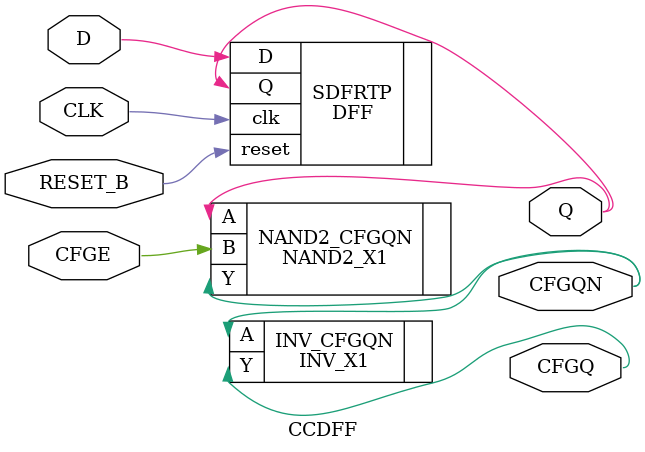
<source format=v>
`timescale 1ns/1ps

module CCDFF (
  input RESET_B,
  input CFGE,
  input D,
  output Q,
  output CFGQN,
  output CFGQ,
  input CLK
);

    DFF SDFRTP (
        .D(D),
        .Q(Q),
        .clk(CLK),
        .reset(RESET_B)
        );
    NAND2_X1 NAND2_CFGQN (
        .A(Q),
        .B(CFGE),
        .Y(CFGQN)
        );
    INV_X1 INV_CFGQN (
        .A(CFGQN),
        .Y(CFGQ)
        );
endmodule


</source>
